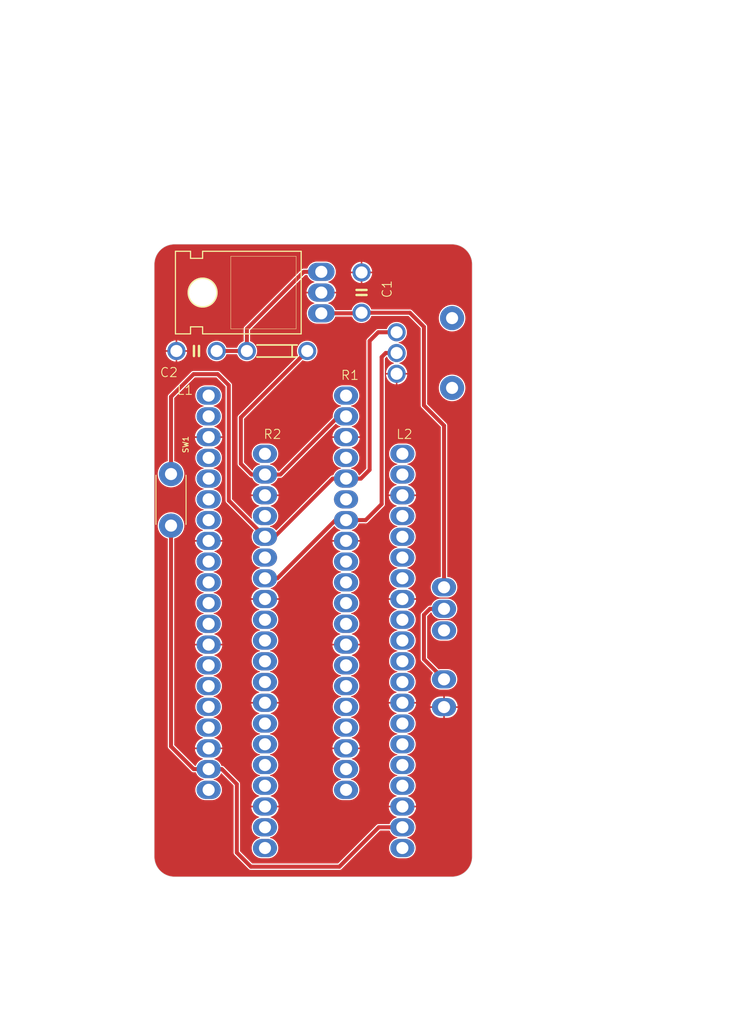
<source format=kicad_pcb>
(kicad_pcb (version 20221018) (generator pcbnew)
  (layers (0 "F.Cu" signal) (31 "B.Cu" signal) (34 "B.Paste" user) (35 "F.Paste" user) (36 "B.SilkS" user "B.Silkscreen") (37 "F.SilkS" user "F.Silkscreen") (38 "B.Mask" user) (39 "F.Mask" user) (44 "Edge.Cuts" user))
  (net 0 "")
  (net 1 "GND")
  (net 2 "GP0")
  (net 3 "GP1")
  (net 4 "GP2")
  (net 5 "GP3")
  (net 6 "GP4")
  (net 7 "GP5")
  (net 8 "GP6")
  (net 9 "GP7")
  (net 10 "GP8")
  (net 11 "GP9")
  (net 12 "GP10")
  (net 13 "GP11")
  (net 14 "GP12")
  (net 15 "GP13")
  (net 16 "GP14")
  (net 17 "GP15")
  (net 18 "VBUS")
  (net 19 "VSYS")
  (net 20 "N$24")
  (net 21 "3V3")
  (net 22 "N$26")
  (net 23 "GP28")
  (net 24 "GP27")
  (net 25 "GP26")
  (net 26 "N$31")
  (net 27 "GP22")
  (net 28 "GP21")
  (net 29 "GP20")
  (net 30 "GP19")
  (net 31 "GP18")
  (net 32 "GP17")
  (net 33 "GP16")
  (net 34 "N$2")
  (net 35 "N$3")
  (net 36 "9V")
  (footprint "remote:DO-1N4148" (layer "F.Cu") (at 139.192 76.708)
    (fp_text reference "D1" hide)
    (fp_text value "" (at -2.032 0.254) (layer "F.SilkS") (effects (font (size 0.564733 0.564733) (thickness 0.044867)) (justify left bottom)))
    (fp_line (start -2.54 -0.762) (end 2.54 -0.762) (stroke (width 0.2032)) (layer "F.SilkS"))
    (fp_line (start 1.905 -0.635) (end 1.905 0.635) (stroke (width 0.2032)) (layer "F.SilkS"))
    (fp_line (start 2.54 0.762) (end -2.54 0.762) (stroke (width 0.2032)) (layer "F.SilkS"))
    (pad "A" thru_hole circle (at -3.81 0) (size 2.286 2.286) (drill 1.524) (layers "*.Cu" "*.Mask") (net 34 "N$2"))
    (pad "C" thru_hole circle (at 3.81 0) (size 2.286 2.286) (drill 1.524) (layers "*.Cu" "*.Mask") (net 19 "VSYS"))
  )
  (footprint "remote:CREATIVE_COMMONS" (layer "F.Cu") (at 124.5361 39.5936)
    (fp_text reference "FRAME1" hide)
    (fp_text value "FRAME-LETTER" hide)
  )
  (footprint "remote:1X20" (layer "F.Cu") (at 130.556 107.188 -90)
    (fp_text reference "L1" (at -24.8616 4.0639) (layer "F.SilkS") (effects (font (size 1.1557 1.1557) (thickness 0.1143)) (justify left bottom)))
    (fp_text value "")
    (pad "1" thru_hole oval (at -24.8539 0) (size 3.048 2.286) (drill 1.524) (layers "*.Cu" "*.Mask") (net 2 "GP0"))
    (pad "2" thru_hole oval (at -22.2377 0) (size 3.048 2.286) (drill 1.524) (layers "*.Cu" "*.Mask") (net 3 "GP1"))
    (pad "3" thru_hole oval (at -19.6215 0) (size 3.048 2.286) (drill 1.524) (layers "*.Cu" "*.Mask") (net 1 "GND"))
    (pad "4" thru_hole oval (at -17.0053 0) (size 3.048 2.286) (drill 1.524) (layers "*.Cu" "*.Mask") (net 4 "GP2"))
    (pad "5" thru_hole oval (at -14.3891 0) (size 3.048 2.286) (drill 1.524) (layers "*.Cu" "*.Mask") (net 5 "GP3"))
    (pad "6" thru_hole oval (at -11.7729 0) (size 3.048 2.286) (drill 1.524) (layers "*.Cu" "*.Mask") (net 6 "GP4"))
    (pad "7" thru_hole oval (at -9.1567 0) (size 3.048 2.286) (drill 1.524) (layers "*.Cu" "*.Mask") (net 7 "GP5"))
    (pad "8" thru_hole oval (at -6.5405 0) (size 3.048 2.286) (drill 1.524) (layers "*.Cu" "*.Mask") (net 1 "GND"))
    (pad "9" thru_hole oval (at -3.9243 0) (size 3.048 2.286) (drill 1.524) (layers "*.Cu" "*.Mask") (net 8 "GP6"))
    (pad "10" thru_hole oval (at -1.3081 0) (size 3.048 2.286) (drill 1.524) (layers "*.Cu" "*.Mask") (net 9 "GP7"))
    (pad "11" thru_hole oval (at 1.3081 0) (size 3.048 2.286) (drill 1.524) (layers "*.Cu" "*.Mask") (net 10 "GP8"))
    (pad "12" thru_hole oval (at 3.9243 0) (size 3.048 2.286) (drill 1.524) (layers "*.Cu" "*.Mask") (net 11 "GP9"))
    (pad "13" thru_hole oval (at 6.5405 0) (size 3.048 2.286) (drill 1.524) (layers "*.Cu" "*.Mask") (net 1 "GND"))
    (pad "14" thru_hole oval (at 9.1567 0) (size 3.048 2.286) (drill 1.524) (layers "*.Cu" "*.Mask") (net 12 "GP10"))
    (pad "15" thru_hole oval (at 11.7729 0) (size 3.048 2.286) (drill 1.524) (layers "*.Cu" "*.Mask") (net 13 "GP11"))
    (pad "16" thru_hole oval (at 14.3891 0) (size 3.048 2.286) (drill 1.524) (layers "*.Cu" "*.Mask") (net 14 "GP12"))
    (pad "17" thru_hole oval (at 17.0053 0) (size 3.048 2.286) (drill 1.524) (layers "*.Cu" "*.Mask") (net 15 "GP13"))
    (pad "18" thru_hole oval (at 19.6215 0) (size 3.048 2.286) (drill 1.524) (layers "*.Cu" "*.Mask") (net 1 "GND"))
    (pad "19" thru_hole oval (at 22.2377 0) (size 3.048 2.286) (drill 1.524) (layers "*.Cu" "*.Mask") (net 16 "GP14"))
    (pad "20" thru_hole oval (at 24.8539 0) (size 3.048 2.286) (drill 1.524) (layers "*.Cu" "*.Mask") (net 17 "GP15"))
  )
  (footprint "remote:1X20" (layer "F.Cu") (at 137.668 114.5236 -90)
    (fp_text reference "R2" (at -26.6396 0.2539) (layer "F.SilkS") (effects (font (size 1.1557 1.1557) (thickness 0.1143)) (justify left bottom)))
    (fp_text value "")
    (pad "1" thru_hole oval (at -24.8539 0) (size 3.048 2.286) (drill 1.524) (layers "*.Cu" "*.Mask"))
    (pad "2" thru_hole oval (at -22.2377 0) (size 3.048 2.286) (drill 1.524) (layers "*.Cu" "*.Mask") (net 19 "VSYS"))
    (pad "3" thru_hole oval (at -19.6215 0) (size 3.048 2.286) (drill 1.524) (layers "*.Cu" "*.Mask") (net 1 "GND"))
    (pad "4" thru_hole oval (at -17.0053 0) (size 3.048 2.286) (drill 1.524) (layers "*.Cu" "*.Mask"))
    (pad "5" thru_hole oval (at -14.3891 0) (size 3.048 2.286) (drill 1.524) (layers "*.Cu" "*.Mask") (net 21 "3V3"))
    (pad "6" thru_hole oval (at -11.7729 0) (size 3.048 2.286) (drill 1.524) (layers "*.Cu" "*.Mask"))
    (pad "7" thru_hole oval (at -9.1567 0) (size 3.048 2.286) (drill 1.524) (layers "*.Cu" "*.Mask") (net 23 "GP28"))
    (pad "8" thru_hole oval (at -6.5405 0) (size 3.048 2.286) (drill 1.524) (layers "*.Cu" "*.Mask") (net 1 "GND"))
    (pad "9" thru_hole oval (at -3.9243 0) (size 3.048 2.286) (drill 1.524) (layers "*.Cu" "*.Mask"))
    (pad "10" thru_hole oval (at -1.3081 0) (size 3.048 2.286) (drill 1.524) (layers "*.Cu" "*.Mask"))
    (pad "11" thru_hole oval (at 1.3081 0) (size 3.048 2.286) (drill 1.524) (layers "*.Cu" "*.Mask"))
    (pad "12" thru_hole oval (at 3.9243 0) (size 3.048 2.286) (drill 1.524) (layers "*.Cu" "*.Mask"))
    (pad "13" thru_hole oval (at 6.5405 0) (size 3.048 2.286) (drill 1.524) (layers "*.Cu" "*.Mask") (net 1 "GND"))
    (pad "14" thru_hole oval (at 9.1567 0) (size 3.048 2.286) (drill 1.524) (layers "*.Cu" "*.Mask"))
    (pad "15" thru_hole oval (at 11.7729 0) (size 3.048 2.286) (drill 1.524) (layers "*.Cu" "*.Mask"))
    (pad "16" thru_hole oval (at 14.3891 0) (size 3.048 2.286) (drill 1.524) (layers "*.Cu" "*.Mask"))
    (pad "17" thru_hole oval (at 17.0053 0) (size 3.048 2.286) (drill 1.524) (layers "*.Cu" "*.Mask"))
    (pad "18" thru_hole oval (at 19.6215 0) (size 3.048 2.286) (drill 1.524) (layers "*.Cu" "*.Mask") (net 1 "GND"))
    (pad "19" thru_hole oval (at 22.2377 0) (size 3.048 2.286) (drill 1.524) (layers "*.Cu" "*.Mask"))
    (pad "20" thru_hole oval (at 24.8539 0) (size 3.048 2.286) (drill 1.524) (layers "*.Cu" "*.Mask"))
  )
  (footprint "remote:C050-025X075" (layer "F.Cu") (at 149.86 69.342 90)
    (fp_text reference "C1" (at -0.762 2.54 90) (layer "F.SilkS") (effects (font (size 1.1557 1.1557) (thickness 0.1143)) (justify left top)))
    (fp_text value "0.22uF")
    (fp_line (start -0.3048 -0.635) (end -0.3048 0) (stroke (width 0.3048)) (layer "F.SilkS"))
    (fp_line (start -0.3048 0) (end -0.3048 0.635) (stroke (width 0.3048)) (layer "F.SilkS"))
    (fp_line (start 0.3302 -0.635) (end 0.3302 0) (stroke (width 0.3048)) (layer "F.SilkS"))
    (fp_line (start 0.3302 0) (end 0.3302 0.635) (stroke (width 0.3048)) (layer "F.SilkS"))
    (pad "1" thru_hole circle (at -2.54 0 90) (size 2.286 2.286) (drill 1.524) (layers "*.Cu" "*.Mask") (net 35 "N$3"))
    (pad "2" thru_hole circle (at 2.54 0 90) (size 2.286 2.286) (drill 1.524) (layers "*.Cu" "*.Mask") (net 1 "GND"))
  )
  (footprint "remote:TACT_PANA-EVQ" (layer "F.Cu") (at 125.8061 95.4736 -90)
    (fp_text reference "SW1" (at -8.0976 -1.4479 90) (layer "F.SilkS") (effects (font (size 0.692831 0.692831) (thickness 0.119969)) (justify right top)))
    (fp_text value "")
    (fp_line (start -3.1 -1.9) (end 3.1 -1.9) (stroke (width 0.127)) (layer "F.SilkS"))
    (fp_line (start -3.1 1.9) (end 3.1 1.9) (stroke (width 0.127)) (layer "F.SilkS"))
    (pad "P$1" thru_hole circle (at -3.25 0 270) (size 3.048 3.048) (drill 1.524) (layers "*.Cu" "*.Mask") (net 21 "3V3"))
    (pad "P$2" thru_hole circle (at 3.25 0 270) (size 3.048 3.048) (drill 1.524) (layers "*.Cu" "*.Mask") (net 16 "GP14"))
  )
  (footprint "remote:POT-PTH-ALPS" (layer "F.Cu") (at 161.29 76.962 180)
    (fp_text reference "VR1" hide)
    (fp_text value "10k")
    (pad "P$1" thru_hole circle (at 7 2.6162 180) (size 2.286 2.286) (drill 1.524) (layers "*.Cu" "*.Mask") (net 21 "3V3"))
    (pad "P$2" thru_hole circle (at 7 0 180) (size 2.286 2.286) (drill 1.524) (layers "*.Cu" "*.Mask") (net 23 "GP28"))
    (pad "P$3" thru_hole circle (at 7 -2.6162 180) (size 2.286 2.286) (drill 1.524) (layers "*.Cu" "*.Mask") (net 1 "GND"))
    (pad "P$4" thru_hole circle (at 0 4.4 180) (size 3.048 3.048) (drill 1.524) (layers "*.Cu" "*.Mask"))
    (pad "P$5" thru_hole circle (at 0 -4.4 180) (size 3.048 3.048) (drill 1.524) (layers "*.Cu" "*.Mask"))
  )
  (footprint "remote:TO220H" (layer "F.Cu") (at 134.62 69.342 90)
    (fp_text reference "IC1" hide)
    (fp_text value "7805T")
    (fp_line (start -5.207 -6.35) (end -5.207 -8.255) (stroke (width 0.1524)) (layer "F.SilkS"))
    (fp_line (start -5.207 -4.826) (end -4.318 -4.826) (stroke (width 0.1524)) (layer "F.SilkS"))
    (fp_line (start -5.207 7.62) (end -5.207 -4.826) (stroke (width 0.1524)) (layer "F.SilkS"))
    (fp_line (start -5.207 7.62) (end 5.207 7.62) (stroke (width 0.1524)) (layer "F.SilkS"))
    (fp_line (start -4.572 6.985) (end -4.572 -1.27) (stroke (width 0.0508)) (layer "F.SilkS"))
    (fp_line (start -4.572 6.985) (end 4.572 6.985) (stroke (width 0.0508)) (layer "F.SilkS"))
    (fp_line (start -4.318 -6.35) (end -5.207 -6.35) (stroke (width 0.1524)) (layer "F.SilkS"))
    (fp_line (start -4.318 -4.826) (end -4.318 -6.35) (stroke (width 0.1524)) (layer "F.SilkS"))
    (fp_line (start 4.318 -6.35) (end 5.207 -6.35) (stroke (width 0.1524)) (layer "F.SilkS"))
    (fp_line (start 4.318 -4.826) (end 4.318 -6.35) (stroke (width 0.1524)) (layer "F.SilkS"))
    (fp_line (start 4.572 -1.27) (end -4.572 -1.27) (stroke (width 0.0508)) (layer "F.SilkS"))
    (fp_line (start 4.572 -1.27) (end 4.572 6.985) (stroke (width 0.0508)) (layer "F.SilkS"))
    (fp_line (start 5.207 -8.255) (end -5.207 -8.255) (stroke (width 0.1524)) (layer "F.SilkS"))
    (fp_line (start 5.207 -6.35) (end 5.207 -8.255) (stroke (width 0.1524)) (layer "F.SilkS"))
    (fp_line (start 5.207 -4.826) (end 4.318 -4.826) (stroke (width 0.1524)) (layer "F.SilkS"))
    (fp_line (start 5.207 7.62) (end 5.207 -4.826) (stroke (width 0.1524)) (layer "F.SilkS"))
    (fp_circle (center 0 -4.826) (end 1.8034 -4.826) (stroke (width 0.1524)) (fill none) (layer "F.SilkS"))
    (pad "" np_thru_hole circle (at 0 -4.826 90) (size 3.302 3.302) (drill 3.302) (layers "F&B.Cu" "*.Mask"))
    (pad "1" thru_hole oval (at -2.6162 10.16 180) (size 3.3528 2.286) (drill 1.524) (layers "*.Cu" "*.Mask") (net 35 "N$3"))
    (pad "2" thru_hole oval (at 0 10.16 180) (size 3.3528 2.286) (drill 1.524) (layers "*.Cu" "*.Mask") (net 1 "GND"))
    (pad "3" thru_hole oval (at 2.6162 10.16 180) (size 3.3528 2.286) (drill 1.524) (layers "*.Cu" "*.Mask") (net 34 "N$2"))
  )
  (footprint "remote:C050-025X075" (layer "F.Cu") (at 129.032 76.708 180)
    (fp_text reference "C2" (at 2.286 -2.032) (layer "F.SilkS") (effects (font (size 1.1557 1.1557) (thickness 0.1143)) (justify right top)))
    (fp_text value "0.1uf")
    (fp_line (start -0.3048 -0.635) (end -0.3048 0) (stroke (width 0.3048)) (layer "F.SilkS"))
    (fp_line (start -0.3048 0) (end -0.3048 0.635) (stroke (width 0.3048)) (layer "F.SilkS"))
    (fp_line (start 0.3302 -0.635) (end 0.3302 0) (stroke (width 0.3048)) (layer "F.SilkS"))
    (fp_line (start 0.3302 0) (end 0.3302 0.635) (stroke (width 0.3048)) (layer "F.SilkS"))
    (pad "1" thru_hole circle (at -2.54 0 180) (size 2.286 2.286) (drill 1.524) (layers "*.Cu" "*.Mask") (net 34 "N$2"))
    (pad "2" thru_hole circle (at 2.54 0 180) (size 2.286 2.286) (drill 1.524) (layers "*.Cu" "*.Mask") (net 1 "GND"))
  )
  (footprint "remote:1X20" (layer "F.Cu") (at 147.9042 107.188 -90)
    (fp_text reference "R1" (at -26.7462 0.7112) (layer "F.SilkS") (effects (font (size 1.1557 1.1557) (thickness 0.1143)) (justify left bottom)))
    (fp_text value "")
    (pad "1" thru_hole oval (at -24.8539 0) (size 3.048 2.286) (drill 1.524) (layers "*.Cu" "*.Mask") (net 18 "VBUS"))
    (pad "2" thru_hole oval (at -22.2377 0) (size 3.048 2.286) (drill 1.524) (layers "*.Cu" "*.Mask") (net 19 "VSYS"))
    (pad "3" thru_hole oval (at -19.6215 0) (size 3.048 2.286) (drill 1.524) (layers "*.Cu" "*.Mask") (net 1 "GND"))
    (pad "4" thru_hole oval (at -17.0053 0) (size 3.048 2.286) (drill 1.524) (layers "*.Cu" "*.Mask") (net 20 "N$24"))
    (pad "5" thru_hole oval (at -14.3891 0) (size 3.048 2.286) (drill 1.524) (layers "*.Cu" "*.Mask") (net 21 "3V3"))
    (pad "6" thru_hole oval (at -11.7729 0) (size 3.048 2.286) (drill 1.524) (layers "*.Cu" "*.Mask") (net 22 "N$26"))
    (pad "7" thru_hole oval (at -9.1567 0) (size 3.048 2.286) (drill 1.524) (layers "*.Cu" "*.Mask") (net 23 "GP28"))
    (pad "8" thru_hole oval (at -6.5405 0) (size 3.048 2.286) (drill 1.524) (layers "*.Cu" "*.Mask") (net 1 "GND"))
    (pad "9" thru_hole oval (at -3.9243 0) (size 3.048 2.286) (drill 1.524) (layers "*.Cu" "*.Mask") (net 24 "GP27"))
    (pad "10" thru_hole oval (at -1.3081 0) (size 3.048 2.286) (drill 1.524) (layers "*.Cu" "*.Mask") (net 25 "GP26"))
    (pad "11" thru_hole oval (at 1.3081 0) (size 3.048 2.286) (drill 1.524) (layers "*.Cu" "*.Mask") (net 26 "N$31"))
    (pad "12" thru_hole oval (at 3.9243 0) (size 3.048 2.286) (drill 1.524) (layers "*.Cu" "*.Mask") (net 27 "GP22"))
    (pad "13" thru_hole oval (at 6.5405 0) (size 3.048 2.286) (drill 1.524) (layers "*.Cu" "*.Mask") (net 1 "GND"))
    (pad "14" thru_hole oval (at 9.1567 0) (size 3.048 2.286) (drill 1.524) (layers "*.Cu" "*.Mask") (net 28 "GP21"))
    (pad "15" thru_hole oval (at 11.7729 0) (size 3.048 2.286) (drill 1.524) (layers "*.Cu" "*.Mask") (net 29 "GP20"))
    (pad "16" thru_hole oval (at 14.3891 0) (size 3.048 2.286) (drill 1.524) (layers "*.Cu" "*.Mask") (net 30 "GP19"))
    (pad "17" thru_hole oval (at 17.0053 0) (size 3.048 2.286) (drill 1.524) (layers "*.Cu" "*.Mask") (net 31 "GP18"))
    (pad "18" thru_hole oval (at 19.6215 0) (size 3.048 2.286) (drill 1.524) (layers "*.Cu" "*.Mask") (net 1 "GND"))
    (pad "19" thru_hole oval (at 22.2377 0) (size 3.048 2.286) (drill 1.524) (layers "*.Cu" "*.Mask") (net 32 "GP17"))
    (pad "20" thru_hole oval (at 24.8539 0) (size 3.048 2.286) (drill 1.524) (layers "*.Cu" "*.Mask") (net 33 "GP16"))
  )
  (footprint "remote:1X20" (layer "F.Cu") (at 155.0162 114.5236 -90)
    (fp_text reference "L2" (at -26.6396 0.8381) (layer "F.SilkS") (effects (font (size 1.1557 1.1557) (thickness 0.1143)) (justify left bottom)))
    (fp_text value "")
    (pad "1" thru_hole oval (at -24.8539 0) (size 3.048 2.286) (drill 1.524) (layers "*.Cu" "*.Mask"))
    (pad "2" thru_hole oval (at -22.2377 0) (size 3.048 2.286) (drill 1.524) (layers "*.Cu" "*.Mask"))
    (pad "3" thru_hole oval (at -19.6215 0) (size 3.048 2.286) (drill 1.524) (layers "*.Cu" "*.Mask") (net 1 "GND"))
    (pad "4" thru_hole oval (at -17.0053 0) (size 3.048 2.286) (drill 1.524) (layers "*.Cu" "*.Mask"))
    (pad "5" thru_hole oval (at -14.3891 0) (size 3.048 2.286) (drill 1.524) (layers "*.Cu" "*.Mask"))
    (pad "6" thru_hole oval (at -11.7729 0) (size 3.048 2.286) (drill 1.524) (layers "*.Cu" "*.Mask"))
    (pad "7" thru_hole oval (at -9.1567 0) (size 3.048 2.286) (drill 1.524) (layers "*.Cu" "*.Mask"))
    (pad "8" thru_hole oval (at -6.5405 0) (size 3.048 2.286) (drill 1.524) (layers "*.Cu" "*.Mask") (net 1 "GND"))
    (pad "9" thru_hole oval (at -3.9243 0) (size 3.048 2.286) (drill 1.524) (layers "*.Cu" "*.Mask"))
    (pad "10" thru_hole oval (at -1.3081 0) (size 3.048 2.286) (drill 1.524) (layers "*.Cu" "*.Mask"))
    (pad "11" thru_hole oval (at 1.3081 0) (size 3.048 2.286) (drill 1.524) (layers "*.Cu" "*.Mask"))
    (pad "12" thru_hole oval (at 3.9243 0) (size 3.048 2.286) (drill 1.524) (layers "*.Cu" "*.Mask"))
    (pad "13" thru_hole oval (at 6.5405 0) (size 3.048 2.286) (drill 1.524) (layers "*.Cu" "*.Mask") (net 1 "GND"))
    (pad "14" thru_hole oval (at 9.1567 0) (size 3.048 2.286) (drill 1.524) (layers "*.Cu" "*.Mask"))
    (pad "15" thru_hole oval (at 11.7729 0) (size 3.048 2.286) (drill 1.524) (layers "*.Cu" "*.Mask"))
    (pad "16" thru_hole oval (at 14.3891 0) (size 3.048 2.286) (drill 1.524) (layers "*.Cu" "*.Mask"))
    (pad "17" thru_hole oval (at 17.0053 0) (size 3.048 2.286) (drill 1.524) (layers "*.Cu" "*.Mask"))
    (pad "18" thru_hole oval (at 19.6215 0) (size 3.048 2.286) (drill 1.524) (layers "*.Cu" "*.Mask") (net 1 "GND"))
    (pad "19" thru_hole oval (at 22.2377 0) (size 3.048 2.286) (drill 1.524) (layers "*.Cu" "*.Mask") (net 16 "GP14"))
    (pad "20" thru_hole oval (at 24.8539 0) (size 3.048 2.286) (drill 1.524) (layers "*.Cu" "*.Mask"))
  )
  (footprint "remote:SWITCH_SPDT_PTH_11.6X4.0MM_LOCK" (layer "F.Cu") (at 160.274 109.22)
    (fp_text reference "SWITCH0" hide)
    (fp_text value "")
    (pad "1" thru_hole oval (at 0 -2.7178) (size 3.048 2.286) (drill 1.524) (layers "*.Cu" "*.Mask") (net 35 "N$3"))
    (pad "2" thru_hole oval (at 0 0) (size 3.048 2.286) (drill 1.524) (layers "*.Cu" "*.Mask") (net 36 "9V"))
    (pad "3" thru_hole oval (at 0 2.7178) (size 3.048 2.286) (drill 1.524) (layers "*.Cu" "*.Mask"))
  )
  (footprint "remote:1X2-3.5MM" (layer "F.Cu") (at 160.274 119.91 90)
    (fp_text reference "UNK9VBAT0" hide)
    (fp_text value "1X2-3.5MM" hide)
    (pad "1" thru_hole oval (at 1.8 0 90) (size 2.286 3.048) (drill 1.524) (layers "*.Cu" "*.Mask") (net 36 "9V"))
    (pad "2" thru_hole oval (at -1.7 0 90) (size 2.286 3.048) (drill 1.524) (layers "*.Cu" "*.Mask") (net 1 "GND"))
  )
  (gr_arc (start 123.698 65.786) (mid 124.441949 63.989949) (end 126.238 63.246) (stroke (width 0.05)) (layer "Edge.Cuts"))
  (gr_line (start 163.83 65.786) (end 163.83 140.462) (stroke (width 0.05)) (layer "Edge.Cuts"))
  (gr_line (start 123.698 140.462) (end 123.698 65.786) (stroke (width 0.05)) (layer "Edge.Cuts"))
  (gr_arc (start 126.238 143.002) (mid 124.441949 142.258051) (end 123.698 140.462) (stroke (width 0.05)) (layer "Edge.Cuts"))
  (gr_arc (start 161.29 63.246) (mid 163.086051 63.989949) (end 163.83 65.786) (stroke (width 0.05)) (layer "Edge.Cuts"))
  (gr_line (start 126.238 63.246) (end 161.29 63.246) (stroke (width 0.05)) (layer "Edge.Cuts"))
  (gr_line (start 163.83 65.075) (end 163.83 65.075) (stroke (width 0.05)) (layer "Edge.Cuts"))
  (gr_line (start 161.29 143.002) (end 126.238 143.002) (stroke (width 0.05)) (layer "Edge.Cuts"))
  (gr_arc (start 163.83 140.462) (mid 163.086051 142.258051) (end 161.29 143.002) (stroke (width 0.05)) (layer "Edge.Cuts"))
  (segment (start 130.556 129.4257) (end 132.2197 129.4257) (width 0.508) (layer "F.Cu") (net 16))
  (segment (start 134.112 139.954) (end 135.89 141.732) (width 0.508) (layer "F.Cu") (net 16))
  (segment (start 134.112 131.318) (end 134.112 139.954) (width 0.508) (layer "F.Cu") (net 16))
  (segment (start 135.89 141.732) (end 147.066 141.732) (width 0.508) (layer "F.Cu") (net 16))
  (segment (start 147.066 141.732) (end 152.0367 136.7613) (width 0.508) (layer "F.Cu") (net 16))
  (segment (start 152.0367 136.7613) (end 155.0162 136.7613) (width 0.508) (layer "F.Cu") (net 16))
  (segment (start 130.556 129.4257) (end 128.6637 129.4257) (width 0.508) (layer "F.Cu") (net 16))
  (segment (start 128.6637 129.4257) (end 125.8061 126.5681) (width 0.508) (layer "F.Cu") (net 16))
  (segment (start 125.8061 126.5681) (end 125.8061 98.7236) (width 0.508) (layer "F.Cu") (net 16))
  (segment (start 132.2197 129.4257) (end 134.112 131.318) (width 0.508) (layer "F.Cu") (net 16))
  (segment (start 134.62 85.09) (end 143.002 76.708) (width 0.508) (layer "F.Cu") (net 19))
  (segment (start 134.62 90.932) (end 134.62 85.09) (width 0.508) (layer "F.Cu") (net 19))
  (segment (start 147.9042 84.9503) (end 146.9517 84.9503) (width 0.508) (layer "F.Cu") (net 19))
  (segment (start 139.6161 92.2859) (end 137.668 92.2859) (width 0.508) (layer "F.Cu") (net 19))
  (segment (start 146.9517 84.9503) (end 139.6161 92.2859) (width 0.508) (layer "F.Cu") (net 19))
  (segment (start 135.9739 92.2859) (end 134.62 90.932) (width 0.508) (layer "F.Cu") (net 19))
  (segment (start 137.668 92.2859) (end 135.9739 92.2859) (width 0.508) (layer "F.Cu") (net 19))
  (segment (start 131.699 79.629) (end 128.651 79.629) (width 0.508) (layer "F.Cu") (net 21))
  (segment (start 151.9682 74.3458) (end 150.876 75.438) (width 0.508) (layer "F.Cu") (net 21))
  (segment (start 150.876 91.694) (end 149.7711 92.7989) (width 0.508) (layer "F.Cu") (net 21))
  (segment (start 147.9042 92.7989) (end 146.2151 92.7989) (width 0.508) (layer "F.Cu") (net 21))
  (segment (start 154.29 74.3458) (end 151.9682 74.3458) (width 0.508) (layer "F.Cu") (net 21))
  (segment (start 133.096 81.026) (end 131.699 79.629) (width 0.508) (layer "F.Cu") (net 21))
  (segment (start 146.2151 92.7989) (end 138.8795 100.1345) (width 0.508) (layer "F.Cu") (net 21))
  (segment (start 137.668 100.1345) (end 133.096 95.5625) (width 0.508) (layer "F.Cu") (net 21))
  (segment (start 138.8795 100.1345) (end 137.668 100.1345) (width 0.508) (layer "F.Cu") (net 21))
  (segment (start 149.7711 92.7989) (end 147.9042 92.7989) (width 0.508) (layer "F.Cu") (net 21))
  (segment (start 125.8061 82.4739) (end 125.8061 92.2236) (width 0.508) (layer "F.Cu") (net 21))
  (segment (start 150.876 75.438) (end 150.876 91.694) (width 0.508) (layer "F.Cu") (net 21))
  (segment (start 133.096 95.5625) (end 133.096 81.026) (width 0.508) (layer "F.Cu") (net 21))
  (segment (start 128.651 79.629) (end 125.8061 82.4739) (width 0.508) (layer "F.Cu") (net 21))
  (segment (start 150.368 98.044) (end 150.3553 98.0313) (width 0.508) (layer "F.Cu") (net 23))
  (segment (start 154.29 76.962) (end 152.908 76.962) (width 0.508) (layer "F.Cu") (net 23))
  (segment (start 150.3553 98.0313) (end 147.9042 98.0313) (width 0.508) (layer "F.Cu") (net 23))
  (segment (start 152.908 76.962) (end 152.4 77.47) (width 0.508) (layer "F.Cu") (net 23))
  (segment (start 152.4 77.47) (end 152.4 96.012) (width 0.508) (layer "F.Cu") (net 23))
  (segment (start 139.2351 105.3669) (end 137.668 105.3669) (width 0.508) (layer "F.Cu") (net 23))
  (segment (start 147.9042 98.0313) (end 146.5707 98.0313) (width 0.508) (layer "F.Cu") (net 23))
  (segment (start 152.4 96.012) (end 150.368 98.044) (width 0.508) (layer "F.Cu") (net 23))
  (segment (start 146.5707 98.0313) (end 139.2351 105.3669) (width 0.508) (layer "F.Cu") (net 23))
  (segment (start 131.572 76.708) (end 135.382 76.708) (width 0.508) (layer "F.Cu") (net 34))
  (segment (start 135.382 76.708) (end 135.382 73.914) (width 0.508) (layer "F.Cu") (net 34))
  (segment (start 142.5702 66.7258) (end 144.78 66.7258) (width 0.508) (layer "F.Cu") (net 34))
  (segment (start 135.382 73.914) (end 142.5702 66.7258) (width 0.508) (layer "F.Cu") (net 34))
  (segment (start 160.274 86.106) (end 157.734 83.566) (width 0.508) (layer "F.Cu") (net 35))
  (segment (start 149.7838 71.9582) (end 149.86 71.882) (width 0.508) (layer "F.Cu") (net 35))
  (segment (start 160.274 106.5022) (end 160.274 86.106) (width 0.508) (layer "F.Cu") (net 35))
  (segment (start 155.956 71.882) (end 157.734 73.66) (width 0.508) (layer "F.Cu") (net 35))
  (segment (start 157.734 73.66) (end 157.734 83.566) (width 0.508) (layer "F.Cu") (net 35))
  (segment (start 144.78 71.9582) (end 149.7838 71.9582) (width 0.508) (layer "F.Cu") (net 35))
  (segment (start 149.86 71.882) (end 155.956 71.882) (width 0.508) (layer "F.Cu") (net 35))
  (segment (start 157.734 109.982) (end 158.496 109.22) (width 0.508) (layer "F.Cu") (net 36))
  (segment (start 157.734 115.57) (end 157.734 109.982) (width 0.508) (layer "F.Cu") (net 36))
  (segment (start 158.496 109.22) (end 160.274 109.22) (width 0.508) (layer "F.Cu") (net 36))
  (segment (start 160.274 118.11) (end 157.734 115.57) (width 0.508) (layer "F.Cu") (net 36))
  (zone (net 1) (net_name "GND") (layer "F.Cu") (priority 6) (connect_pads (clearance 0.000001)) (min_thickness 0.0762) (fill yes (thermal_gap 0.2024) (thermal_bridge_width 0.2024))
    (polygon (pts (xy 186.8423 161.5898) (xy 115.5699 161.5898) (xy 115.5699 45.8674) (xy 186.8423 45.8674)))
  )
)
</source>
